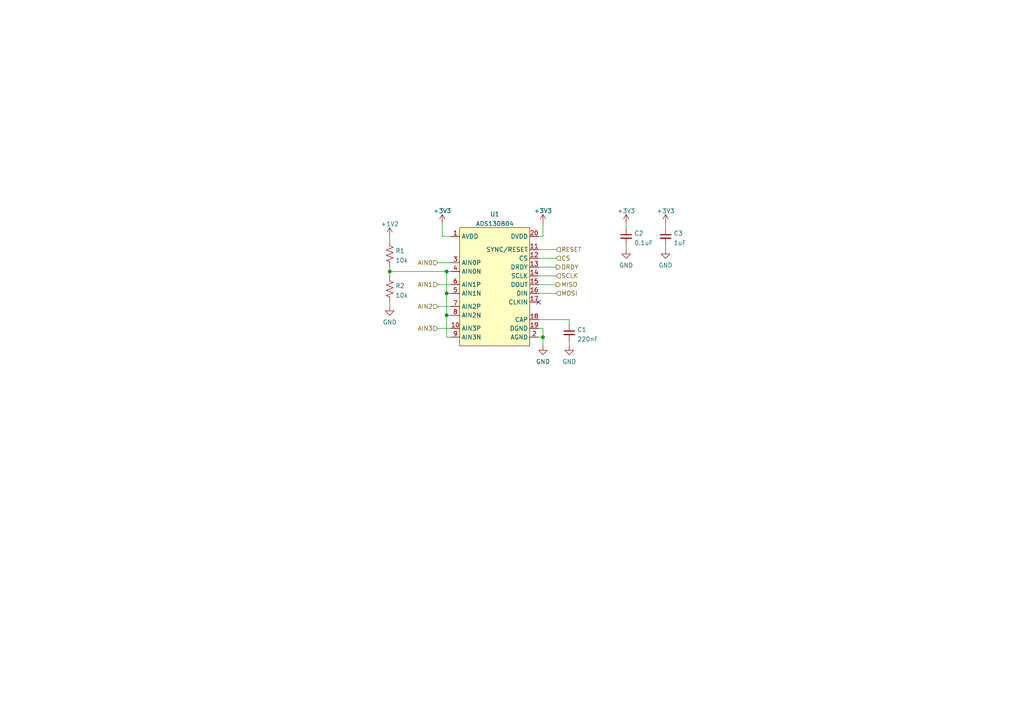
<source format=kicad_sch>
(kicad_sch (version 20211123) (generator eeschema)
  (paper "A4")
  (title_block (title "Analog to Digital Converter") (date "2022-08-27") (rev "1.0") (company "AUTHOR: Sahil Kale"))
  (lib_symbols
    (symbol "Device:C_Small" (pin_numbers hide) (pin_names (offset 0.254) hide)
      (property "Reference" "C" (at 0.254 1.778 0))
      (property "Value" "C_Small" (at 0.254 -2.032 0))
      (symbol "C_Small_0_1"
        (polyline (pts (xy -1.524 -0.508) (xy 1.524 -0.508)) (stroke (width 0.3302)))
        (polyline (pts (xy -1.524 0.508) (xy 1.524 0.508)) (stroke (width 0.3048)))
      )
      (symbol "C_Small_1_1"
        (pin passive line (at 0 2.54 270) (length 2.032) (name "~") (number "1"))
        (pin passive line (at 0 -2.54 90) (length 2.032) (name "~") (number "2"))
      )
    )
    (symbol "Device:R_US" (pin_numbers hide) (pin_names (offset 0))
      (property "Reference" "R" (at 2.54 0 90))
      (property "Value" "R_US" (at -2.54 0 90))
      (symbol "R_US_0_1"
        (polyline (pts (xy 0 -2.286) (xy 0 -2.54)))
        (polyline (pts (xy 0 2.286) (xy 0 2.54)))
        (polyline (pts (xy 0 -0.762) (xy 1.016 -1.143) (xy 0 -1.524) (xy -1.016 -1.905) (xy 0 -2.286)))
        (polyline (pts (xy 0 0.762) (xy 1.016 0.381) (xy 0 0) (xy -1.016 -0.381) (xy 0 -0.762)))
        (polyline (pts (xy 0 2.286) (xy 1.016 1.905) (xy 0 1.524) (xy -1.016 1.143) (xy 0 0.762)))
      )
      (symbol "R_US_1_1"
        (pin passive line (at 0 3.81 270) (length 1.27) (name "~") (number "1"))
        (pin passive line (at 0 -3.81 90) (length 1.27) (name "~") (number "2"))
      )
    )
    (symbol "joystick_lib:ADS130B04"
      (property "Reference" "U" (at -8.89 16.51 0))
      (property "Value" "ADS130B04" (at 0 -20.32 0))
      (symbol "ADS130B04_0_1"
        (rectangle (start -10.16 15.24) (end 10.16 -19.05) (stroke (width 0.1524)) (fill (type background)))
      )
      (symbol "ADS130B04_1_1"
        (pin power_in line (at -12.7 12.7 0) (length 2.54) (name "AVDD") (number "1"))
        (pin input line (at -12.7 -13.97 0) (length 2.54) (name "AIN3P") (number "10"))
        (pin input line (at 12.7 8.89 180) (length 2.54) (name "SYNC/RESET") (number "11"))
        (pin input line (at 12.7 6.35 180) (length 2.54) (name "CS") (number "12"))
        (pin output line (at 12.7 3.81 180) (length 2.54) (name "DRDY") (number "13"))
        (pin input line (at 12.7 1.27 180) (length 2.54) (name "SCLK") (number "14"))
        (pin output line (at 12.7 -1.27 180) (length 2.54) (name "DOUT") (number "15"))
        (pin input line (at 12.7 -3.81 180) (length 2.54) (name "DIN") (number "16"))
        (pin input line (at 12.7 -6.35 180) (length 2.54) (name "CLKIN") (number "17"))
        (pin unspecified line (at 12.7 -11.43 180) (length 2.54) (name "CAP") (number "18"))
        (pin power_in line (at 12.7 -13.97 180) (length 2.54) (name "DGND") (number "19"))
        (pin power_in line (at 12.7 -16.51 180) (length 2.54) (name "AGND") (number "2"))
        (pin power_in line (at 12.7 12.7 180) (length 2.54) (name "DVDD") (number "20"))
        (pin input line (at -12.7 5.08 0) (length 2.54) (name "AIN0P") (number "3"))
        (pin input line (at -12.7 2.54 0) (length 2.54) (name "AIN0N") (number "4"))
        (pin input line (at -12.7 -3.81 0) (length 2.54) (name "AIN1N") (number "5"))
        (pin input line (at -12.7 -1.27 0) (length 2.54) (name "AIN1P") (number "6"))
        (pin input line (at -12.7 -7.62 0) (length 2.54) (name "AIN2P") (number "7"))
        (pin input line (at -12.7 -10.16 0) (length 2.54) (name "AIN2N") (number "8"))
        (pin input line (at -12.7 -16.51 0) (length 2.54) (name "AIN3N") (number "9"))
      )
    )
    (symbol "power:+1V2" (power) (pin_names (offset 0))
      (property "Value" "+1V2" (at 0 3.556 0))
      (symbol "+1V2_0_1"
        (polyline (pts (xy -0.762 1.27) (xy 0 2.54)))
        (polyline (pts (xy 0 0) (xy 0 2.54)))
        (polyline (pts (xy 0 2.54) (xy 0.762 1.27)))
      )
      (symbol "+1V2_1_1"
        (pin power_in line (at 0 0 90) (length 0) hide (name "+1V2") (number "1"))
      )
    )
    (symbol "power:+3V3" (power) (pin_names (offset 0))
      (property "Value" "+3V3" (at 0 3.556 0))
      (symbol "+3V3_0_1"
        (polyline (pts (xy -0.762 1.27) (xy 0 2.54)))
        (polyline (pts (xy 0 0) (xy 0 2.54)))
        (polyline (pts (xy 0 2.54) (xy 0.762 1.27)))
      )
      (symbol "+3V3_1_1"
        (pin power_in line (at 0 0 90) (length 0) hide (name "+3V3") (number "1"))
      )
    )
    (symbol "power:GND" (power) (pin_names (offset 0))
      (property "Value" "GND" (at 0 -3.81 0))
      (symbol "GND_0_1"
        (polyline (pts (xy 0 0) (xy 0 -1.27) (xy 1.27 -1.27) (xy 0 -2.54) (xy -1.27 -1.27) (xy 0 -1.27)))
      )
      (symbol "GND_1_1"
        (pin power_in line (at 0 0 270) (length 0) hide (name "GND") (number "1"))
      )
    )
  )
  (junction (at 129.54 91.44))
  (junction (at 113.03 78.74))
  (junction (at 129.54 85.09))
  (junction (at 157.48 97.79))
  (junction (at 129.54 78.74))
  (no_connect (at 156.21 87.63))
  (wire (pts (xy 129.54 91.44) (xy 129.54 97.79)))
  (wire (pts (xy 113.03 78.74) (xy 113.03 80.01)))
  (wire (pts (xy 129.54 78.74) (xy 130.81 78.74)))
  (wire (pts (xy 156.21 85.09) (xy 161.29 85.09)))
  (wire (pts (xy 128.27 68.58) (xy 130.81 68.58)))
  (wire (pts (xy 156.21 74.93) (xy 161.29 74.93)))
  (wire (pts (xy 127 82.55) (xy 130.81 82.55)))
  (wire (pts (xy 165.1 93.98) (xy 165.1 92.71)))
  (wire (pts (xy 156.21 95.25) (xy 157.48 95.25)))
  (wire (pts (xy 113.03 68.58) (xy 113.03 69.85)))
  (wire (pts (xy 156.21 72.39) (xy 161.29 72.39)))
  (wire (pts (xy 127 76.2) (xy 130.81 76.2)))
  (wire (pts (xy 129.54 85.09) (xy 130.81 85.09)))
  (wire (pts (xy 127 88.9) (xy 130.81 88.9)))
  (wire (pts (xy 127 95.25) (xy 130.81 95.25)))
  (wire (pts (xy 157.48 68.58) (xy 156.21 68.58)))
  (wire (pts (xy 129.54 85.09) (xy 129.54 91.44)))
  (wire (pts (xy 156.21 82.55) (xy 161.29 82.55)))
  (wire (pts (xy 156.21 92.71) (xy 165.1 92.71)))
  (wire (pts (xy 181.61 71.12) (xy 181.61 72.39)))
  (wire (pts (xy 113.03 87.63) (xy 113.03 88.9)))
  (wire (pts (xy 113.03 78.74) (xy 129.54 78.74)))
  (wire (pts (xy 113.03 77.47) (xy 113.03 78.74)))
  (wire (pts (xy 157.48 97.79) (xy 157.48 100.33)))
  (wire (pts (xy 157.48 95.25) (xy 157.48 97.79)))
  (wire (pts (xy 128.27 64.77) (xy 128.27 68.58)))
  (wire (pts (xy 129.54 91.44) (xy 130.81 91.44)))
  (wire (pts (xy 156.21 80.01) (xy 161.29 80.01)))
  (wire (pts (xy 193.04 64.77) (xy 193.04 66.04)))
  (wire (pts (xy 181.61 64.77) (xy 181.61 66.04)))
  (wire (pts (xy 156.21 97.79) (xy 157.48 97.79)))
  (wire (pts (xy 157.48 64.77) (xy 157.48 68.58)))
  (wire (pts (xy 165.1 99.06) (xy 165.1 100.33)))
  (wire (pts (xy 129.54 97.79) (xy 130.81 97.79)))
  (wire (pts (xy 156.21 77.47) (xy 161.29 77.47)))
  (wire (pts (xy 129.54 78.74) (xy 129.54 85.09)))
  (wire (pts (xy 193.04 71.12) (xy 193.04 72.39)))
  (hierarchical_label "DRDY" (shape output) (at 161.29 77.47 0))
  (hierarchical_label "AIN1" (shape input) (at 127 82.55 180))
  (hierarchical_label "AIN3" (shape input) (at 127 95.25 180))
  (hierarchical_label "CS" (shape input) (at 161.29 74.93 0))
  (hierarchical_label "AIN2" (shape input) (at 127 88.9 180))
  (hierarchical_label "AIN0" (shape input) (at 127 76.2 180))
  (hierarchical_label "RESET" (shape input) (at 161.29 72.39 0))
  (hierarchical_label "MOSI" (shape input) (at 161.29 85.09 0))
  (hierarchical_label "MISO" (shape output) (at 161.29 82.55 0))
  (hierarchical_label "SCLK" (shape input) (at 161.29 80.01 0))
  (symbol (lib_id "joystick_lib:ADS130B04") (at 143.51 81.28 0) (unit 1)
    (property "Reference" "U1" (at 143.51 62.1243 0))
    (property "Value" "ADS130B04" (at 143.51 64.8994 0))
    (property "Footprint" "Package_SO:TSSOP-20_4.4x6.5mm_P0.65mm" (effects hide))
    (property "Digikey Part Number" "296-ADS130B04QPWRQ1CT-ND" (effects hide))
  )
  (symbol (lib_id "Device:R_US") (at 113.03 73.66 0) (unit 1)
    (property "Reference" "R1" (at 114.681 72.7515 0) (effects (justify left)))
    (property "Value" "10k" (at 114.681 75.5266 0) (effects (justify left)))
    (property "Footprint" "Resistor_SMD:R_0603_1608Metric_Pad0.98x0.95mm_HandSolder" (effects hide))
    (property "Digikey Part Number" "RNCP0603FTD10K0CT-ND" (effects hide))
  )
  (symbol (lib_id "Device:R_US") (at 113.03 83.82 0) (unit 1)
    (property "Reference" "R2" (at 114.681 82.9115 0) (effects (justify left)))
    (property "Value" "10k" (at 114.681 85.6866 0) (effects (justify left)))
    (property "Footprint" "Resistor_SMD:R_0603_1608Metric_Pad0.98x0.95mm_HandSolder" (effects hide))
    (property "Digikey Part Number" "RNCP0603FTD10K0CT-ND" (effects hide))
  )
  (symbol (lib_id "power:+3V3") (at 157.48 64.77 0) (unit 1)
    (property "Reference" "#PWR0107" (effects hide))
    (property "Value" "+3V3" (at 157.48 61.1655 0))
  )
  (symbol (lib_id "power:+3V3") (at 181.61 64.77 0) (unit 1)
    (property "Reference" "#PWR0101" (effects hide))
    (property "Value" "+3V3" (at 181.61 61.1655 0))
  )
  (symbol (lib_id "power:GND") (at 157.48 100.33 0) (unit 1)
    (property "Reference" "#PWR0104" (effects hide))
    (property "Value" "GND" (at 157.48 104.8925 0))
  )
  (symbol (lib_id "Device:C_Small") (at 193.04 68.58 0) (unit 1)
    (property "Reference" "C3" (at 195.3641 67.6778 0) (effects (justify left)))
    (property "Value" "1uF" (at 195.3641 70.4529 0) (effects (justify left)))
    (property "Footprint" "Capacitor_SMD:C_0603_1608Metric_Pad1.08x0.95mm_HandSolder" (effects hide))
    (property "Digikey Part Number" "1276-1102-1-ND" (effects hide))
  )
  (symbol (lib_id "power:GND") (at 181.61 72.39 0) (unit 1)
    (property "Reference" "#PWR0102" (effects hide))
    (property "Value" "GND" (at 181.61 76.9525 0))
  )
  (symbol (lib_id "power:GND") (at 193.04 72.39 0) (unit 1)
    (property "Reference" "#PWR0106" (effects hide))
    (property "Value" "GND" (at 193.04 76.9525 0))
  )
  (symbol (lib_id "power:+1V2") (at 113.03 68.58 0) (unit 1)
    (property "Reference" "#PWR0110" (effects hide))
    (property "Value" "+1V2" (at 113.03 64.9755 0))
  )
  (symbol (lib_id "power:GND") (at 165.1 100.33 0) (unit 1)
    (property "Reference" "#PWR0103" (effects hide))
    (property "Value" "GND" (at 165.1 104.8925 0))
  )
  (symbol (lib_id "power:+3V3") (at 128.27 64.77 0) (unit 1)
    (property "Reference" "#PWR0109" (effects hide))
    (property "Value" "+3V3" (at 128.27 61.1655 0))
  )
  (symbol (lib_id "power:+3V3") (at 193.04 64.77 0) (unit 1)
    (property "Reference" "#PWR0105" (effects hide))
    (property "Value" "+3V3" (at 193.04 61.1655 0))
  )
  (symbol (lib_id "Device:C_Small") (at 165.1 96.52 0) (unit 1)
    (property "Reference" "C1" (at 167.4241 95.6178 0) (effects (justify left)))
    (property "Value" "220nF" (at 167.4241 98.3929 0) (effects (justify left)))
    (property "Footprint" "Capacitor_SMD:C_0603_1608Metric_Pad1.08x0.95mm_HandSolder" (effects hide))
    (property "Digikey Part Number" "1292-1419-1-ND" (effects hide))
  )
  (symbol (lib_id "Device:C_Small") (at 181.61 68.58 0) (unit 1)
    (property "Reference" "C2" (at 183.9341 67.6778 0) (effects (justify left)))
    (property "Value" "0.1uF" (at 183.9341 70.4529 0) (effects (justify left)))
    (property "Footprint" "Capacitor_SMD:C_0603_1608Metric_Pad1.08x0.95mm_HandSolder" (effects hide))
    (property "Digikey Part Number" "1276-CL10B104KB8NNNLCT-ND" (effects hide))
  )
  (symbol (lib_id "power:GND") (at 113.03 88.9 0) (unit 1)
    (property "Reference" "#PWR0108" (effects hide))
    (property "Value" "GND" (at 113.03 93.4625 0))
  )
)
</source>
